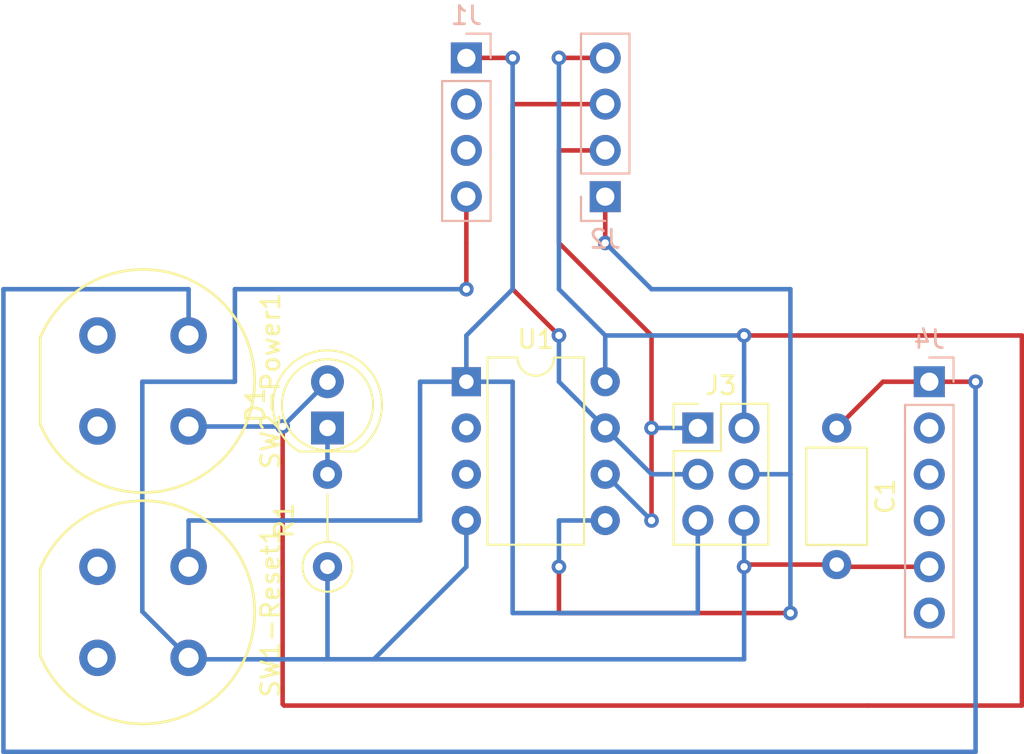
<source format=kicad_pcb>
(kicad_pcb (version 20211014) (generator pcbnew)
  (title_block (title "ATtiny 85 programming adapter") (comment 1 "copyright applies according to LICENSE_hardware.md in GitHub root folder"))
  (layers (0 "F.Cu" signal) (31 "B.Cu" signal) (34 "B.Paste" user) (35 "F.Paste" user) (36 "B.SilkS" user "B.Silkscreen") (37 "F.SilkS" user "F.Silkscreen") (38 "B.Mask" user) (39 "F.Mask" user) (44 "Edge.Cuts" user))
  (net 0 "")
  (net 1 "GND")
  (net 2 "RES")
  (net 3 "VCC")
  (net 4 "SCK")
  (net 5 "MISO")
  (net 6 "MOSI")
  (net 7 "Net-(D1-Pad1)")
  (net 8 "Net-(J4-Pad4)")
  (net 9 "Net-(J4-Pad3)")
  (net 10 "Net-(J4-Pad2)")
  (net 11 "Net-(J4-Pad6)")
  (net 12 "Net-(C1-Pad1)")
  (net 13 "Net-(J1-Pad3)")
  (net 14 "Net-(J1-Pad2)")
  (net 15 "Net-(U1-Pad3)")
  (net 16 "Net-(U1-Pad2)")
  (footprint "Connector_PinHeader_2.54mm:PinHeader_2x03_P2.54mm_Vertical" (layer "F.Cu") (at 142.24 99.06)
    (fp_text reference "J3" (at 1.27 -2.33) (layer "F.SilkS"))
    (fp_text value "Conn_02x03_Odd_Even")
    (fp_line (start -1.33 0) (end -1.33 -1.33) (layer "F.SilkS") (width 0.12))
    (fp_line (start 3.87 -1.33) (end 3.87 6.41) (layer "F.SilkS") (width 0.12))
    (fp_line (start -1.33 6.41) (end 3.87 6.41) (layer "F.SilkS") (width 0.12))
    (fp_line (start -1.33 1.27) (end 1.27 1.27) (layer "F.SilkS") (width 0.12))
    (fp_line (start 1.27 1.27) (end 1.27 -1.33) (layer "F.SilkS") (width 0.12))
    (fp_line (start 1.27 -1.33) (end 3.87 -1.33) (layer "F.SilkS") (width 0.12))
    (fp_line (start -1.33 -1.33) (end 0 -1.33) (layer "F.SilkS") (width 0.12))
    (fp_line (start -1.33 1.27) (end -1.33 6.41) (layer "F.SilkS") (width 0.12))
    (pad "1" thru_hole rect locked (at 0 0) (size 1.7 1.7) (drill 1) (layers *.Cu *.Mask) (net 5 "MISO"))
    (pad "2" thru_hole oval locked (at 2.54 0) (size 1.7 1.7) (drill 1) (layers *.Cu *.Mask) (net 3 "VCC"))
    (pad "3" thru_hole oval locked (at 0 2.54) (size 1.7 1.7) (drill 1) (layers *.Cu *.Mask) (net 4 "SCK"))
    (pad "4" thru_hole oval locked (at 2.54 2.54) (size 1.7 1.7) (drill 1) (layers *.Cu *.Mask) (net 6 "MOSI"))
    (pad "5" thru_hole oval locked (at 0 5.08) (size 1.7 1.7) (drill 1) (layers *.Cu *.Mask) (net 2 "RES"))
    (pad "6" thru_hole oval locked (at 2.54 5.08) (size 1.7 1.7) (drill 1) (layers *.Cu *.Mask) (net 1 "GND"))
  )
  (footprint "LED_THT:LED_D5.0mm" (layer "F.Cu") (at 121.92 99.06 90)
    (fp_text reference "D1" (at 1.27 -3.96 90) (layer "F.SilkS"))
    (fp_text value "LED")
    (fp_line (start -1.29 -1.545) (end -1.29 1.545) (layer "F.SilkS") (width 0.12))
    (fp_arc (start -1.29 -1.54483) (mid 2.072002 -2.880433) (end 4.26 0.000462) (layer "F.SilkS") (width 0.12))
    (fp_arc (start 4.26 -0.000462) (mid 2.072002 2.880433) (end -1.29 1.54483) (layer "F.SilkS") (width 0.12))
    (fp_circle (center 1.27 0) (end 3.77 0) (layer "F.SilkS") (width 0.12) (fill none))
    (pad "1" thru_hole rect locked (at 0 0 90) (size 1.8 1.8) (drill 0.9) (layers *.Cu *.Mask) (net 7 "Net-(D1-Pad1)"))
    (pad "2" thru_hole circle locked (at 2.54 0 90) (size 1.8 1.8) (drill 0.9) (layers *.Cu *.Mask) (net 3 "VCC"))
  )
  (footprint "Resistor_THT:R_Axial_DIN0207_L6.3mm_D2.5mm_P5.08mm_Vertical" (layer "F.Cu") (at 121.92 106.68 90)
    (fp_text reference "R1" (at 2.54 -2.37 90) (layer "F.SilkS"))
    (fp_text value "R")
    (fp_line (start 1.37 0) (end 3.98 0) (layer "F.SilkS") (width 0.12))
    (fp_circle (center 0 0) (end 1.37 0) (layer "F.SilkS") (width 0.12) (fill none))
    (pad "1" thru_hole circle locked (at 0 0 90) (size 1.6 1.6) (drill 0.8) (layers *.Cu *.Mask) (net 1 "GND"))
    (pad "2" thru_hole oval locked (at 5.08 0 90) (size 1.6 1.6) (drill 0.8) (layers *.Cu *.Mask) (net 7 "Net-(D1-Pad1)"))
  )
  (footprint "Button_Switch_THT:Push_E-Switch_KS01Q01" (layer "F.Cu") (at 114.3 106.68 -90)
    (fp_text reference "SW1-Reset1" (at 2.5 -4.5 90) (layer "F.SilkS"))
    (fp_text value "SW_Push")
    (fp_line (start 4.89 8.14) (end 0.11 8.14) (layer "F.SilkS") (width 0.15))
    (fp_arc (start 0.11 8.14) (mid 2.496283 -3.625495) (end 4.896843 8.137095) (layer "F.SilkS") (width 0.15))
    (pad "1" thru_hole circle locked (at 0 0 270) (size 2 2) (drill 1.1) (layers *.Cu *.Mask) (net 2 "RES"))
    (pad "2" thru_hole circle locked (at 5 0 270) (size 2 2) (drill 1.1) (layers *.Cu *.Mask) (net 1 "GND"))
    (pad "3" thru_hole circle locked (at 0 5 270) (size 2 2) (drill 1.1) (layers *.Cu *.Mask))
    (pad "4" thru_hole circle locked (at 5 5 270) (size 2 2) (drill 1.1) (layers *.Cu *.Mask))
  )
  (footprint "Button_Switch_THT:Push_E-Switch_KS01Q01" (layer "F.Cu") (at 114.3 93.98 -90)
    (fp_text reference "SW2-Power1" (at 2.5 -4.5 90) (layer "F.SilkS"))
    (fp_text value "SW_SPST")
    (fp_line (start 4.89 8.14) (end 0.11 8.14) (layer "F.SilkS") (width 0.15))
    (fp_arc (start 0.11 8.14) (mid 2.496283 -3.625495) (end 4.896843 8.137095) (layer "F.SilkS") (width 0.15))
    (pad "1" thru_hole circle locked (at 0 0 270) (size 2 2) (drill 1.1) (layers *.Cu *.Mask) (net 12 "Net-(C1-Pad1)"))
    (pad "2" thru_hole circle locked (at 5 0 270) (size 2 2) (drill 1.1) (layers *.Cu *.Mask) (net 3 "VCC"))
    (pad "3" thru_hole circle locked (at 0 5 270) (size 2 2) (drill 1.1) (layers *.Cu *.Mask))
    (pad "4" thru_hole circle locked (at 5 5 270) (size 2 2) (drill 1.1) (layers *.Cu *.Mask))
  )
  (footprint "Capacitor_THT:C_Axial_L5.1mm_D3.1mm_P7.50mm_Horizontal" (layer "F.Cu") (at 149.86 99.06 -90)
    (fp_text reference "C1" (at 3.75 -2.67 90) (layer "F.SilkS"))
    (fp_text value "100 nF")
    (fp_line (start 6.42 1.67) (end 6.42 -1.67) (layer "F.SilkS") (width 0.12))
    (fp_line (start 6.46 0) (end 6.42 0) (layer "F.SilkS") (width 0.12))
    (fp_line (start 1.08 -1.67) (end 1.08 1.67) (layer "F.SilkS") (width 0.12))
    (fp_line (start 6.42 -1.67) (end 1.08 -1.67) (layer "F.SilkS") (width 0.12))
    (fp_line (start 1.04 0) (end 1.08 0) (layer "F.SilkS") (width 0.12))
    (fp_line (start 1.08 1.67) (end 6.42 1.67) (layer "F.SilkS") (width 0.12))
    (pad "1" thru_hole circle locked (at 0 0 270) (size 1.6 1.6) (drill 0.8) (layers *.Cu *.Mask) (net 12 "Net-(C1-Pad1)"))
    (pad "2" thru_hole oval locked (at 7.5 0 270) (size 1.6 1.6) (drill 0.8) (layers *.Cu *.Mask) (net 1 "GND"))
  )
  (footprint "Package_DIP:DIP-8_W7.62mm" (layer "F.Cu") (at 129.54 96.52)
    (fp_text reference "U1" (at 3.81 -2.33) (layer "F.SilkS"))
    (fp_text value "ATtiny85-20PU")
    (fp_line (start 1.16 8.95) (end 6.46 8.95) (layer "F.SilkS") (width 0.12))
    (fp_line (start 2.81 -1.33) (end 1.16 -1.33) (layer "F.SilkS") (width 0.12))
    (fp_line (start 1.16 -1.33) (end 1.16 8.95) (layer "F.SilkS") (width 0.12))
    (fp_line (start 6.46 -1.33) (end 4.81 -1.33) (layer "F.SilkS") (width 0.12))
    (fp_line (start 6.46 8.95) (end 6.46 -1.33) (layer "F.SilkS") (width 0.12))
    (fp_arc (start 4.81 -1.33) (mid 3.81 -0.33) (end 2.81 -1.33) (layer "F.SilkS") (width 0.12))
    (pad "1" thru_hole rect locked (at 0 0) (size 1.6 1.6) (drill 0.8) (layers *.Cu *.Mask) (net 2 "RES"))
    (pad "2" thru_hole oval locked (at 0 2.54) (size 1.6 1.6) (drill 0.8) (layers *.Cu *.Mask) (net 16 "Net-(U1-Pad2)"))
    (pad "3" thru_hole oval locked (at 0 5.08) (size 1.6 1.6) (drill 0.8) (layers *.Cu *.Mask) (net 15 "Net-(U1-Pad3)"))
    (pad "4" thru_hole oval locked (at 0 7.62) (size 1.6 1.6) (drill 0.8) (layers *.Cu *.Mask) (net 1 "GND"))
    (pad "5" thru_hole oval locked (at 7.62 7.62) (size 1.6 1.6) (drill 0.8) (layers *.Cu *.Mask) (net 6 "MOSI"))
    (pad "6" thru_hole oval locked (at 7.62 5.08) (size 1.6 1.6) (drill 0.8) (layers *.Cu *.Mask) (net 5 "MISO"))
    (pad "7" thru_hole oval locked (at 7.62 2.54) (size 1.6 1.6) (drill 0.8) (layers *.Cu *.Mask) (net 4 "SCK"))
    (pad "8" thru_hole oval locked (at 7.62 0) (size 1.6 1.6) (drill 0.8) (layers *.Cu *.Mask) (net 3 "VCC"))
  )
  (footprint "Connector_PinHeader_2.54mm:PinHeader_1x04_P2.54mm_Vertical" (layer "B.Cu") (at 129.54 78.74 180)
    (fp_text reference "J1" (at 0 2.33) (layer "B.SilkS") (effects (justify mirror)))
    (fp_text value "Conn_01x04_Male")
    (fp_line (start -1.33 0) (end -1.33 1.33) (layer "B.SilkS") (width 0.12))
    (fp_line (start 1.33 -1.27) (end 1.33 -8.95) (layer "B.SilkS") (width 0.12))
    (fp_line (start -1.33 -1.27) (end 1.33 -1.27) (layer "B.SilkS") (width 0.12))
    (fp_line (start -1.33 -8.95) (end 1.33 -8.95) (layer "B.SilkS") (width 0.12))
    (fp_line (start -1.33 -1.27) (end -1.33 -8.95) (layer "B.SilkS") (width 0.12))
    (fp_line (start -1.33 1.33) (end 0 1.33) (layer "B.SilkS") (width 0.12))
    (pad "1" thru_hole rect locked (at 0 0 180) (size 1.7 1.7) (drill 1) (layers *.Cu *.Mask) (net 2 "RES"))
    (pad "2" thru_hole oval locked (at 0 -2.54 180) (size 1.7 1.7) (drill 1) (layers *.Cu *.Mask) (net 14 "Net-(J1-Pad2)"))
    (pad "3" thru_hole oval locked (at 0 -5.08 180) (size 1.7 1.7) (drill 1) (layers *.Cu *.Mask) (net 13 "Net-(J1-Pad3)"))
    (pad "4" thru_hole oval locked (at 0 -7.62 180) (size 1.7 1.7) (drill 1) (layers *.Cu *.Mask) (net 1 "GND"))
  )
  (footprint "Connector_PinHeader_2.54mm:PinHeader_1x04_P2.54mm_Vertical" (layer "B.Cu") (at 137.16 86.36)
    (fp_text reference "J2" (at 0 2.33 180) (layer "B.SilkS") (effects (justify mirror)))
    (fp_text value "Conn_01x04_Male")
    (fp_line (start -1.33 -1.27) (end 1.33 -1.27) (layer "B.SilkS") (width 0.12))
    (fp_line (start -1.33 0) (end -1.33 1.33) (layer "B.SilkS") (width 0.12))
    (fp_line (start -1.33 -8.95) (end 1.33 -8.95) (layer "B.SilkS") (width 0.12))
    (fp_line (start -1.33 1.33) (end 0 1.33) (layer "B.SilkS") (width 0.12))
    (fp_line (start 1.33 -1.27) (end 1.33 -8.95) (layer "B.SilkS") (width 0.12))
    (fp_line (start -1.33 -1.27) (end -1.33 -8.95) (layer "B.SilkS") (width 0.12))
    (pad "1" thru_hole rect locked (at 0 0) (size 1.7 1.7) (drill 1) (layers *.Cu *.Mask) (net 6 "MOSI"))
    (pad "2" thru_hole oval locked (at 0 -2.54) (size 1.7 1.7) (drill 1) (layers *.Cu *.Mask) (net 5 "MISO"))
    (pad "3" thru_hole oval locked (at 0 -5.08) (size 1.7 1.7) (drill 1) (layers *.Cu *.Mask) (net 4 "SCK"))
    (pad "4" thru_hole oval locked (at 0 -7.62) (size 1.7 1.7) (drill 1) (layers *.Cu *.Mask) (net 3 "VCC"))
  )
  (footprint "Connector_PinHeader_2.54mm:PinHeader_1x06_P2.54mm_Vertical" (layer "B.Cu") (at 154.94 96.52 180)
    (fp_text reference "J4" (at 0 2.33) (layer "B.SilkS") (effects (justify mirror)))
    (fp_text value "USB_B_Micro")
    (fp_line (start -1.33 -14.03) (end 1.33 -14.03) (layer "B.SilkS") (width 0.12))
    (fp_line (start -1.33 0) (end -1.33 1.33) (layer "B.SilkS") (width 0.12))
    (fp_line (start 1.33 -1.27) (end 1.33 -14.03) (layer "B.SilkS") (width 0.12))
    (fp_line (start -1.33 1.33) (end 0 1.33) (layer "B.SilkS") (width 0.12))
    (fp_line (start -1.33 -1.27) (end 1.33 -1.27) (layer "B.SilkS") (width 0.12))
    (fp_line (start -1.33 -1.27) (end -1.33 -14.03) (layer "B.SilkS") (width 0.12))
    (pad "1" thru_hole rect locked (at 0 0 180) (size 1.7 1.7) (drill 1) (layers *.Cu *.Mask) (net 12 "Net-(C1-Pad1)"))
    (pad "2" thru_hole oval locked (at 0 -2.54 180) (size 1.7 1.7) (drill 1) (layers *.Cu *.Mask) (net 10 "Net-(J4-Pad2)"))
    (pad "3" thru_hole oval locked (at 0 -5.08 180) (size 1.7 1.7) (drill 1) (layers *.Cu *.Mask) (net 9 "Net-(J4-Pad3)"))
    (pad "4" thru_hole oval locked (at 0 -7.62 180) (size 1.7 1.7) (drill 1) (layers *.Cu *.Mask) (net 8 "Net-(J4-Pad4)"))
    (pad "5" thru_hole oval locked (at 0 -10.16 180) (size 1.7 1.7) (drill 1) (layers *.Cu *.Mask) (net 1 "GND"))
    (pad "6" thru_hole oval locked (at 0 -12.7 180) (size 1.7 1.7) (drill 1) (layers *.Cu *.Mask) (net 11 "Net-(J4-Pad6)"))
  )
  (segment (start 129.54 88.9) (end 129.54 86.36) (width 0.25) (layer "F.Cu") (net 1))
  (segment (start 129.54 91.44) (end 129.54 88.9) (width 0.25) (layer "F.Cu") (net 1))
  (segment (start 154.94 106.68) (end 149.98 106.68) (width 0.25) (layer "F.Cu") (net 1))
  (segment (start 149.86 106.56) (end 144.9 106.56) (width 0.25) (layer "F.Cu") (net 1))
  (segment (start 149.98 106.68) (end 149.86 106.56) (width 0.25) (layer "F.Cu") (net 1))
  (via (at 129.54 91.44) (size 0.8) (drill 0.4) (layers "F.Cu" "B.Cu") (net 1))
  (via (at 144.78 106.68) (size 0.8) (drill 0.4) (layers "F.Cu" "B.Cu") (net 1))
  (segment (start 144.78 106.68) (end 144.78 106.68) (width 0.25) (layer "B.Cu") (net 1))
  (segment (start 129.54 91.44) (end 129.54 91.44) (width 0.25) (layer "B.Cu") (net 1))
  (segment (start 144.78 109.22) (end 144.78 111.76) (width 0.25) (layer "B.Cu") (net 1))
  (segment (start 124.46 111.76) (end 114.3 111.76) (width 0.25) (layer "B.Cu") (net 1))
  (segment (start 144.78 111.76) (end 142.24 111.76) (width 0.25) (layer "B.Cu") (net 1))
  (segment (start 124.46 111.76) (end 129.54 106.68) (width 0.25) (layer "B.Cu") (net 1))
  (segment (start 116.84 96.52) (end 116.84 91.44) (width 0.25) (layer "B.Cu") (net 1))
  (segment (start 149.98 106.68) (end 149.86 106.56) (width 0.25) (layer "B.Cu") (net 1))
  (segment (start 116.84 91.44) (end 129.54 91.44) (width 0.25) (layer "B.Cu") (net 1))
  (segment (start 114.3 111.68) (end 111.76 109.14) (width 0.25) (layer "B.Cu") (net 1))
  (segment (start 144.78 106.68) (end 144.78 104.14) (width 0.25) (layer "B.Cu") (net 1))
  (segment (start 144.78 109.22) (end 144.78 106.68) (width 0.25) (layer "B.Cu") (net 1))
  (segment (start 111.76 109.14) (end 111.76 96.52) (width 0.25) (layer "B.Cu") (net 1))
  (segment (start 129.54 104.14) (end 129.54 106.68) (width 0.25) (layer "B.Cu") (net 1))
  (segment (start 121.92 106.68) (end 121.92 111.76) (width 0.25) (layer "B.Cu") (net 1))
  (segment (start 111.76 96.52) (end 116.84 96.52) (width 0.25) (layer "B.Cu") (net 1))
  (segment (start 121.92 111.76) (end 124.46 111.76) (width 0.25) (layer "B.Cu") (net 1))
  (segment (start 124.46 111.76) (end 142.24 111.76) (width 0.25) (layer "B.Cu") (net 1))
  (segment (start 132.08 78.74) (end 132.08 78.74) (width 0.25) (layer "F.Cu") (net 2))
  (segment (start 129.54 78.74) (end 132.08 78.74) (width 0.25) (layer "F.Cu") (net 2))
  (via (at 132.08 78.74) (size 0.8) (drill 0.4) (layers "F.Cu" "B.Cu") (net 2))
  (segment (start 129.54 93.98) (end 129.54 96.52) (width 0.25) (layer "B.Cu") (net 2))
  (segment (start 132.08 106.68) (end 132.08 109.22) (width 0.25) (layer "B.Cu") (net 2))
  (segment (start 129.54 96.52) (end 132.08 96.52) (width 0.25) (layer "B.Cu") (net 2))
  (segment (start 142.24 109.22) (end 142.24 106.68) (width 0.25) (layer "B.Cu") (net 2))
  (segment (start 127 104.14) (end 127 96.52) (width 0.25) (layer "B.Cu") (net 2))
  (segment (start 132.08 109.22) (end 142.24 109.22) (width 0.25) (layer "B.Cu") (net 2))
  (segment (start 114.3 104.14) (end 127 104.14) (width 0.25) (layer "B.Cu") (net 2))
  (segment (start 132.08 91.44) (end 129.54 93.98) (width 0.25) (layer "B.Cu") (net 2))
  (segment (start 114.3 106.68) (end 114.3 104.14) (width 0.25) (layer "B.Cu") (net 2))
  (segment (start 132.08 78.74) (end 132.08 91.44) (width 0.25) (layer "B.Cu") (net 2))
  (segment (start 127 96.52) (end 129.54 96.52) (width 0.25) (layer "B.Cu") (net 2))
  (segment (start 132.08 96.52) (end 132.08 106.68) (width 0.25) (layer "B.Cu") (net 2))
  (segment (start 142.24 106.68) (end 142.24 104.14) (width 0.25) (layer "B.Cu") (net 2))
  (segment (start 134.62 78.74) (end 134.62 78.74) (width 0.25) (layer "F.Cu") (net 3))
  (segment (start 144.78 93.98) (end 144.78 93.98) (width 0.25) (layer "F.Cu") (net 3))
  (segment (start 137.16 78.74) (end 134.62 78.74) (width 0.25) (layer "F.Cu") (net 3))
  (segment (start 119.46 98.98) (end 119.46 114.22) (width 0.25) (layer "F.Cu") (net 3))
  (segment (start 119.54 114.3) (end 151.599002 114.3) (width 0.25) (layer "F.Cu") (net 3))
  (segment (start 160.02 93.98) (end 144.78 93.98) (width 0.25) (layer "F.Cu") (net 3))
  (segment (start 160.02 114.3) (end 160.02 93.98) (width 0.25) (layer "F.Cu") (net 3))
  (segment (start 151.599002 114.3) (end 160.02 114.3) (width 0.25) (layer "F.Cu") (net 3))
  (segment (start 119.46 114.22) (end 119.54 114.3) (width 0.25) (layer "F.Cu") (net 3))
  (via (at 119.46 98.98) (size 0.8) (drill 0.4) (layers "F.Cu" "B.Cu") (net 3))
  (via (at 144.78 93.98) (size 0.8) (drill 0.4) (layers "F.Cu" "B.Cu") (net 3))
  (via (at 134.62 78.74) (size 0.8) (drill 0.4) (layers "F.Cu" "B.Cu") (net 3))
  (via (at 119.46 98.98) (size 0.8) (drill 0.4) (layers "F.Cu" "B.Cu") (net 3))
  (segment (start 119.46 98.98) (end 119.46 98.98) (width 0.25) (layer "B.Cu") (net 3))
  (segment (start 119.46 98.98) (end 119.46 98.98) (width 0.25) (layer "B.Cu") (net 3))
  (segment (start 137.16 93.98) (end 144.78 93.98) (width 0.25) (layer "B.Cu") (net 3))
  (segment (start 134.62 78.74) (end 134.62 91.44) (width 0.25) (layer "B.Cu") (net 3))
  (segment (start 119.46 98.98) (end 121.92 96.52) (width 0.25) (layer "B.Cu") (net 3))
  (segment (start 137.16 93.98) (end 137.16 96.52) (width 0.25) (layer "B.Cu") (net 3))
  (segment (start 144.78 99.06) (end 144.78 96.52) (width 0.25) (layer "B.Cu") (net 3))
  (segment (start 134.62 91.44) (end 137.16 93.98) (width 0.25) (layer "B.Cu") (net 3))
  (segment (start 114.3 98.98) (end 119.46 98.98) (width 0.25) (layer "B.Cu") (net 3))
  (segment (start 144.78 93.98) (end 144.78 96.52) (width 0.25) (layer "B.Cu") (net 3))
  (segment (start 134.62 93.98) (end 134.62 93.98) (width 0.25) (layer "F.Cu") (net 4))
  (segment (start 137.16 81.28) (end 132.08 81.28) (width 0.25) (layer "F.Cu") (net 4))
  (segment (start 132.08 91.44) (end 134.62 93.98) (width 0.25) (layer "F.Cu") (net 4))
  (segment (start 132.08 81.28) (end 132.08 91.44) (width 0.25) (layer "F.Cu") (net 4))
  (via (at 134.62 93.98) (size 0.8) (drill 0.4) (layers "F.Cu" "B.Cu") (net 4))
  (segment (start 134.62 93.98) (end 134.62 96.52) (width 0.25) (layer "B.Cu") (net 4))
  (segment (start 134.62 96.52) (end 137.16 99.06) (width 0.25) (layer "B.Cu") (net 4))
  (segment (start 137.16 99.06) (end 139.7 101.6) (width 0.25) (layer "B.Cu") (net 4))
  (segment (start 139.7 101.6) (end 142.24 101.6) (width 0.25) (layer "B.Cu") (net 4))
  (segment (start 134.62 88.9) (end 139.7 93.98) (width 0.25) (layer "F.Cu") (net 5))
  (segment (start 137.16 83.82) (end 134.62 83.82) (width 0.25) (layer "F.Cu") (net 5))
  (segment (start 139.7 93.98) (end 139.7 99.06) (width 0.25) (layer "F.Cu") (net 5))
  (segment (start 134.62 83.82) (end 134.62 88.9) (width 0.25) (layer "F.Cu") (net 5))
  (segment (start 139.7 99.06) (end 139.7 104.14) (width 0.25) (layer "F.Cu") (net 5))
  (via (at 139.7 99.06) (size 0.8) (drill 0.4) (layers "F.Cu" "B.Cu") (net 5))
  (via (at 139.7 104.14) (size 0.8) (drill 0.4) (layers "F.Cu" "B.Cu") (net 5))
  (segment (start 139.7 99.06) (end 139.7 99.06) (width 0.25) (layer "B.Cu") (net 5))
  (segment (start 139.7 104.14) (end 139.7 104.14) (width 0.25) (layer "B.Cu") (net 5))
  (segment (start 142.24 99.06) (end 139.7 99.06) (width 0.25) (layer "B.Cu") (net 5))
  (segment (start 137.16 101.6) (end 139.7 104.14) (width 0.25) (layer "B.Cu") (net 5))
  (segment (start 137.16 88.9) (end 137.16 88.9) (width 0.25) (layer "F.Cu") (net 6))
  (segment (start 147.32 109.22) (end 134.62 109.22) (width 0.25) (layer "F.Cu") (net 6))
  (segment (start 134.62 109.22) (end 134.62 106.68) (width 0.25) (layer "F.Cu") (net 6))
  (segment (start 137.16 86.36) (end 137.16 88.9) (width 0.25) (layer "F.Cu") (net 6))
  (via (at 134.62 106.68) (size 0.8) (drill 0.4) (layers "F.Cu" "B.Cu") (net 6))
  (via (at 147.32 109.22) (size 0.8) (drill 0.4) (layers "F.Cu" "B.Cu") (net 6))
  (via (at 137.16 88.9) (size 0.8) (drill 0.4) (layers "F.Cu" "B.Cu") (net 6))
  (segment (start 134.62 106.68) (end 134.62 106.68) (width 0.25) (layer "B.Cu") (net 6))
  (segment (start 147.32 101.6) (end 147.32 109.22) (width 0.25) (layer "B.Cu") (net 6))
  (segment (start 144.78 101.6) (end 147.32 101.6) (width 0.25) (layer "B.Cu") (net 6))
  (segment (start 137.16 104.14) (end 134.62 104.14) (width 0.25) (layer "B.Cu") (net 6))
  (segment (start 139.7 91.44) (end 147.32 91.44) (width 0.25) (layer "B.Cu") (net 6))
  (segment (start 137.16 88.9) (end 139.7 91.44) (width 0.25) (layer "B.Cu") (net 6))
  (segment (start 134.62 104.14) (end 134.62 106.68) (width 0.25) (layer "B.Cu") (net 6))
  (segment (start 147.32 91.44) (end 147.32 101.6) (width 0.25) (layer "B.Cu") (net 6))
  (segment (start 121.92 99.06) (end 121.92 101.6) (width 0.25) (layer "B.Cu") (net 7))
  (segment (start 157.48 96.52) (end 157.48 96.52) (width 0.25) (layer "F.Cu") (net 12))
  (segment (start 154.94 96.52) (end 152.4 96.52) (width 0.25) (layer "F.Cu") (net 12))
  (segment (start 154.94 96.52) (end 157.48 96.52) (width 0.25) (layer "F.Cu") (net 12))
  (segment (start 152.4 96.52) (end 149.86 99.06) (width 0.25) (layer "F.Cu") (net 12))
  (via (at 157.48 96.52) (size 0.8) (drill 0.4) (layers "F.Cu" "B.Cu") (net 12))
  (segment (start 157.48 116.84) (end 104.14 116.84) (width 0.25) (layer "B.Cu") (net 12))
  (segment (start 104.14 91.44) (end 114.3 91.44) (width 0.25) (layer "B.Cu") (net 12))
  (segment (start 157.48 96.52) (end 157.48 116.84) (width 0.25) (layer "B.Cu") (net 12))
  (segment (start 104.14 116.84) (end 104.14 91.44) (width 0.25) (layer "B.Cu") (net 12))
  (segment (start 114.3 91.44) (end 114.3 93.98) (width 0.25) (layer "B.Cu") (net 12))
)
</source>
